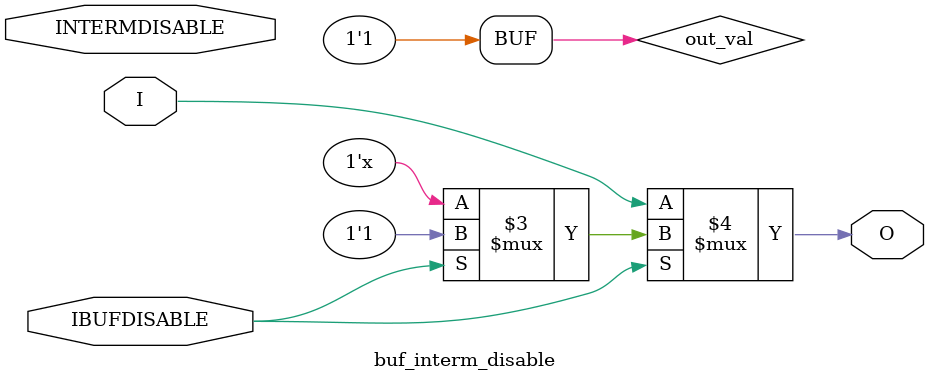
<source format=v>
module buf_interm_disable(
    input I,
    input IBUFDISABLE,
    input INTERMDISABLE,
    output O
);

    parameter IBUF_LOW_PWR = "TRUE";
    parameter IOSTANDARD = "DEFAULT";
    parameter SIM_DEVICE = "7SERIES";
    parameter USE_IBUFDISABLE = "TRUE";

    wire out_val;

    assign out_val = (SIM_DEVICE == "7SERIES") ? 1'b1 : 1'b0;

    assign O = (USE_IBUFDISABLE == "TRUE") ? 
        ((IBUFDISABLE == 0) ? I : ((IBUFDISABLE == 1) ? out_val : 1'bx)) : I;

endmodule
</source>
